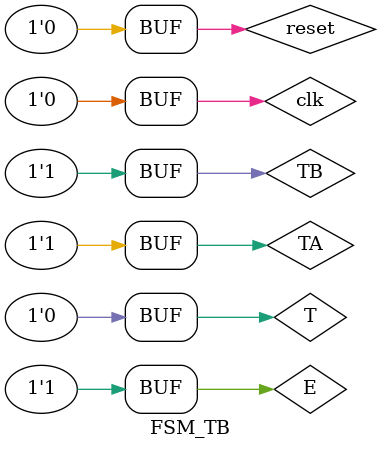
<source format=sv>
`timescale 1ns / 1ps

module FSM_TB;
    //entradas
     logic clk;
     logic reset;
     logic TA;
     logic TB;
     logic E;
      logic T;
     logic ledVA1;            
     logic ledAA1;         
     logic ledRA1;            
     logic ledVB2;            
     logic ledAB2;         
     logic ledRB2;
    //se combina con Design Source flip_flop_D
    fsm_example1 dut (
        .clk(clk),
        .reset(reset),
        .TA(TA),
        .TB(TB),
        .E(E),
        .T(T),
        
        .ledVA1(ledVA1),
        .ledAA1(ledAA1),
        .ledRA1(ledRA1),
        .ledVB2(ledVB2),
        .ledAB2(ledAB2),
        .ledRB2(ledRB2)
    );
    initial
    begin
        //se indica el valor de la entradas
                reset <=1;   #40;
reset <= 0; TA <=1; TB <=0;  E<=0; T <=0;   #40;
reset <=0;  TA <=0; TB <=1;  E<=0; T <=0;   #40;
reset <=0;  TA <=0; TB <=1;  E<=0; T <=0;   #40;
reset <=0;  TA <=0; TB <=1;  E<=1; T <=0;   #40;
reset <=0;  TA <=1; TB <=1;  E<=0; T <=1;   #40;
reset <=0;  TA <=1; TB <=1;  E<=1; T <=0;   #40;
     // Termina la simulación
    end  
    always
    begin
        clk <=1; #5;
        clk <=0; #5;
    end
endmodule

</source>
